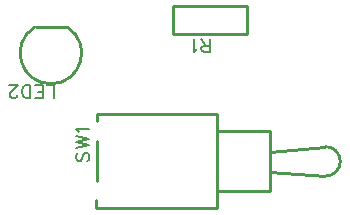
<source format=gto>
G04 Layer: TopSilkscreenLayer*
G04 EasyEDA v6.5.44, 2024-08-04 20:28:30*
G04 8295df91b2f84a2d9169b475f636a574,b0d0efe6ac584fe99c24f131b36d675a,10*
G04 Gerber Generator version 0.2*
G04 Scale: 100 percent, Rotated: No, Reflected: No *
G04 Dimensions in millimeters *
G04 leading zeros omitted , absolute positions ,4 integer and 5 decimal *
%FSLAX45Y45*%
%MOMM*%

%ADD10C,0.1524*%
%ADD11C,0.2540*%

%LPD*%
D10*
X1257300Y3989781D02*
G01*
X1257300Y4098747D01*
X1257300Y4098747D02*
G01*
X1195070Y4098747D01*
X1160779Y3989781D02*
G01*
X1160779Y4098747D01*
X1160779Y3989781D02*
G01*
X1093215Y3989781D01*
X1160779Y4041597D02*
G01*
X1119123Y4041597D01*
X1160779Y4098747D02*
G01*
X1093215Y4098747D01*
X1058926Y3989781D02*
G01*
X1058926Y4098747D01*
X1058926Y3989781D02*
G01*
X1022350Y3989781D01*
X1006855Y3994861D01*
X996442Y4005275D01*
X991362Y4015689D01*
X986028Y4031437D01*
X986028Y4057345D01*
X991362Y4072839D01*
X996442Y4083253D01*
X1006855Y4093667D01*
X1022350Y4098747D01*
X1058926Y4098747D01*
X946657Y4015689D02*
G01*
X946657Y4010609D01*
X941323Y4000195D01*
X936244Y3994861D01*
X925829Y3989781D01*
X905002Y3989781D01*
X894587Y3994861D01*
X889507Y4000195D01*
X884173Y4010609D01*
X884173Y4021023D01*
X889507Y4031437D01*
X899921Y4046931D01*
X951737Y4098747D01*
X879094Y4098747D01*
X2578100Y4380484D02*
G01*
X2578100Y4489450D01*
X2578100Y4380484D02*
G01*
X2531363Y4380484D01*
X2515870Y4385563D01*
X2510536Y4390897D01*
X2505456Y4401312D01*
X2505456Y4411726D01*
X2510536Y4422139D01*
X2515870Y4427220D01*
X2531363Y4432300D01*
X2578100Y4432300D01*
X2541777Y4432300D02*
G01*
X2505456Y4489450D01*
X2471165Y4401312D02*
G01*
X2460752Y4395978D01*
X2445004Y4380484D01*
X2445004Y4489450D01*
X1462278Y3527044D02*
G01*
X1451863Y3516629D01*
X1446784Y3501136D01*
X1446784Y3480307D01*
X1451863Y3464813D01*
X1462278Y3454400D01*
X1472692Y3454400D01*
X1483105Y3459479D01*
X1488439Y3464813D01*
X1493520Y3475228D01*
X1503934Y3506470D01*
X1509013Y3516629D01*
X1514347Y3521963D01*
X1524762Y3527044D01*
X1540255Y3527044D01*
X1550670Y3516629D01*
X1555750Y3501136D01*
X1555750Y3480307D01*
X1550670Y3464813D01*
X1540255Y3454400D01*
X1446784Y3561334D02*
G01*
X1555750Y3587495D01*
X1446784Y3613404D02*
G01*
X1555750Y3587495D01*
X1446784Y3613404D02*
G01*
X1555750Y3639312D01*
X1446784Y3665220D02*
G01*
X1555750Y3639312D01*
X1467612Y3699510D02*
G01*
X1462278Y3709923D01*
X1446784Y3725671D01*
X1555750Y3725671D01*
D11*
X1361899Y4591796D02*
G01*
X1101900Y4591796D01*
X2893059Y4767579D02*
G01*
X2893059Y4528820D01*
X2893059Y4528820D02*
G01*
X2263140Y4528820D01*
X2263140Y4528820D02*
G01*
X2263140Y4767579D01*
X2263140Y4767579D02*
G01*
X2893059Y4767579D01*
X3555984Y3577391D02*
G01*
X3086100Y3533391D01*
X3556000Y3327400D02*
G01*
X3086100Y3359353D01*
X2639098Y3201926D02*
G01*
X3086100Y3201926D01*
X3086100Y3708400D01*
X2639098Y3708400D01*
X1625600Y3624071D02*
G01*
X1625600Y3284728D01*
X2639098Y3854399D02*
G01*
X1625600Y3854399D01*
X1625600Y3792728D01*
X2639098Y3054400D02*
G01*
X1612900Y3054400D01*
X1612900Y3127382D01*
X2639098Y3854399D02*
G01*
X2639098Y3054400D01*
G75*
G01*
X1093724Y4588967D02*
G03*
X1370076Y4588967I138176J-220244D01*
G75*
G01*
X3556000Y3327400D02*
G03*
X3555985Y3577392I968J124996D01*
M02*

</source>
